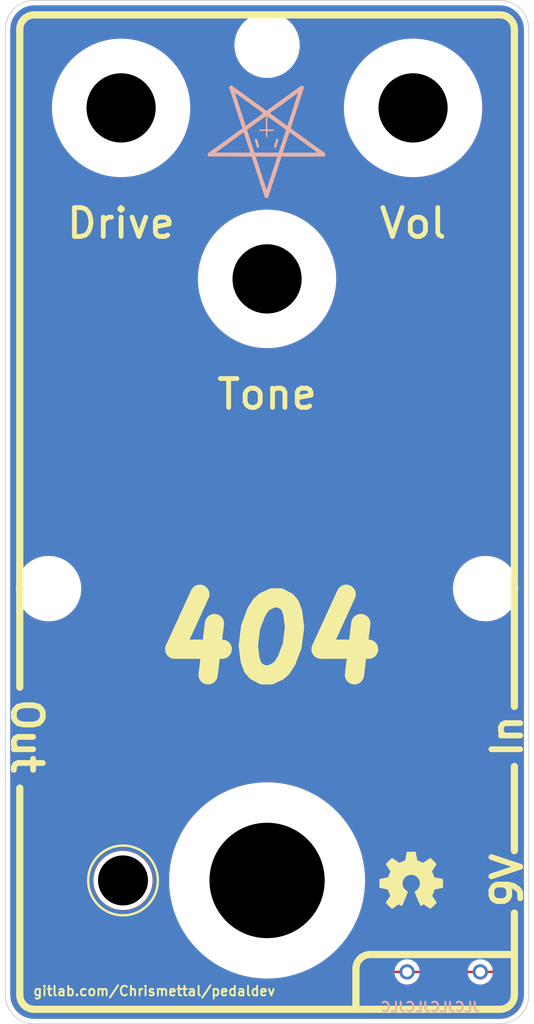
<source format=kicad_pcb>
(kicad_pcb (version 20211014) (generator pcbnew)
  (layers (0 "F.Cu" signal) (31 "B.Cu" signal) (34 "B.Paste" user) (35 "F.Paste" user) (36 "B.SilkS" user "B.Silkscreen") (37 "F.SilkS" user "F.Silkscreen") (38 "B.Mask" user) (39 "F.Mask" user) (44 "Edge.Cuts" user))
  (property "Commit" "Commit")
  (property "Link" "gitlab.com/Chrismettal/pedaldev")
  (property "Name" "Template")
  (net 0 "")
  (footprint "MeineBib:Binary_6_v0.1_tiny_silk" (layer "F.Cu") (at 167.9144 160.4512)
    (fp_text reference "H7" hide)
    (fp_text value "Symbol_Binary6" hide)
    (fp_text user "Binary-6" (at -2.0654 0.8) (layer "F.Cu") (effects (font (size 1.2 1.2) (thickness 0.2))))
    (fp_line (start 6.0706 -1.9812) (end 7 -1.9812) (layer "F.Cu") (width 0.25))
    (fp_line (start 7 -1.2192) (end 6.5786 -1.2192) (layer "F.Cu") (width 0.25))
    (fp_line (start 6.5786 -1.2192) (end 3.5306 1.8288) (layer "F.Cu") (width 0.25))
    (fp_line (start 1.2446 -0.9652) (end 3.7846 -0.9652) (layer "F.Cu") (width 0.25))
    (fp_line (start -3.8354 -0.9652) (end -1.2954 -0.9652) (layer "F.Cu") (width 0.25))
    (fp_line (start 5.0546 -0.9652) (end 6.0706 -1.9812) (layer "F.Cu") (width 0.25))
    (fp_line (start -3.8354 -0.9652) (end -5.6134 -0.9652) (layer "F.Cu") (width 0.25))
    (fp_line (start -5.6134 -0.9652) (end -8.4074 1.8288) (layer "F.Cu") (width 0.25))
    (fp_line (start 3.5306 1.8288) (end -8.4074 1.8288) (layer "F.Cu") (width 0.25))
    (fp_line (start -8.4074 1.8288) (end -8.8288 1.8288) (layer "F.Cu") (width 0.25))
    (fp_line (start 3.7846 -0.9652) (end 5.0546 -0.9652) (layer "F.Cu") (width 0.25))
    (pad "" thru_hole oval (at 3.7846 -0.9652) (size 1.6 1.6) (drill 1) (layers *.Cu *.Mask))
    (pad "" thru_hole circle (at -3.8354 -0.9652) (size 1.6 1.6) (drill 1) (layers *.Cu *.Mask))
    (pad "" smd roundrect (at 0.8446 -0.9652) (size 0.9 1.8) (layers "F.Cu" "F.Mask"))
    (pad "" smd roundrect (at -0.8954 -0.9652) (size 0.9 1.8) (layers "F.Cu" "F.Mask"))
  )
  (footprint "Symbol:OSHW-Symbol_6.7x6mm_SilkScreen" (layer "F.Cu") (at 164.5 149.975)
    (fp_text reference "REF**" hide)
    (fp_text value "OSHW-Symbol_6.7x6mm_SilkScreen" hide)
  )
  (footprint "MeineBib:Drill_LED5mm" (layer "F.Cu") (at 134.5 149.975)
    (fp_text reference "REF**" hide)
    (fp_text value "Drill_LED5mm" hide)
    (fp_circle (center 0 0) (end 3.325 0) (layer "F.Cu") (width 0.5) (fill none))
    (pad "" np_thru_hole circle (at 0 0) (size 7 7) (drill 0.762) (layers *.Mask))
    (pad "" np_thru_hole circle (at 0 0) (size 5.2 5.2) (drill 5.2) (layers *.Mask))
  )
  (footprint "MeineBib:Drill_9mmPot_7,2mm" (layer "F.Cu") (at 134.3 69.645)
    (fp_text reference "Drive" (at 0 12 unlocked) (layer "F.SilkS") (effects (font (size 3 3) (thickness 0.5))))
    (fp_text value "Drill_9mmPot_7,2mm" hide)
    (pad "" np_thru_hole circle (at 0 0) (size 14 14) (drill 0.762) (layers *.Mask))
    (pad "" np_thru_hole circle (at 0 0) (size 7.2 7.2) (drill 7.2) (layers *.Mask) (clearance 3.6))
  )
  (footprint "MeineBib:EigenesMountingHole_3.2mm_M3_Small" (layer "F.Cu") (at 126.75 119.63)
    (fp_text reference "MK2" hide)
    (fp_text value "Mounting_Hole_M3" hide)
    (pad "" np_thru_hole circle (at 0 0) (size 3.2 3.2) (drill 3.2) (layers F&B.Cu *.Mask) (clearance 1.8))
  )
  (footprint "MeineBib:Drill_9mmPot_7,2mm" (layer "F.Cu") (at 149.5 87.425)
    (fp_text reference "Tone" (at 0 12 unlocked) (layer "F.SilkS") (effects (font (size 3 3) (thickness 0.5))))
    (fp_text value "Drill_9mmPot_7,2mm" hide)
    (pad "" np_thru_hole circle (at 0 0) (size 14 14) (drill 0.762) (layers *.Mask))
    (pad "" np_thru_hole circle (at 0 0) (size 7.2 7.2) (drill 7.2) (layers *.Mask) (clearance 3.6))
  )
  (footprint "MeineBib:EigenesMountingHole_3.2mm_M3_Small" (layer "F.Cu") (at 172.25 119.63)
    (fp_text reference "MK2" hide)
    (fp_text value "Mounting_Hole_M3" hide)
    (pad "" np_thru_hole circle (at 0 0) (size 3.2 3.2) (drill 3.2) (layers F&B.Cu *.Mask) (clearance 1.8))
  )
  (footprint "MeineBib:Drill_FootSwitch_12mm" (layer "F.Cu") (at 149.5 149.975)
    (fp_text reference "REF**" hide)
    (fp_text value "Drill_FootSwitch_12mm" hide)
    (pad "" np_thru_hole circle (at 0 0) (size 12 12) (drill 12) (layers *.Mask) (clearance 4.2))
    (pad "" np_thru_hole circle (at 0 0) (size 20 20) (drill 0.762) (layers *.Mask) (clearance 4))
  )
  (footprint "MeineBib:EigenesMountingHole_3.2mm_M3_Small" (layer "F.Cu") (at 149.5 63.13)
    (fp_text reference "MK2" hide)
    (fp_text value "Mounting_Hole_M3" hide)
    (pad "" np_thru_hole circle (at 0 0) (size 3.2 3.2) (drill 3.2) (layers F&B.Cu *.Mask) (clearance 1.8))
  )
  (footprint "MeineBib:Drill_9mmPot_7,2mm" (layer "F.Cu") (at 164.7 69.645)
    (fp_text reference "Vol" (at 0 12 unlocked) (layer "F.SilkS") (effects (font (size 3 3) (thickness 0.5))))
    (fp_text value "Drill_9mmPot_7,2mm" hide)
    (pad "" np_thru_hole circle (at 0 0) (size 14 14) (drill 0.762) (layers *.Mask))
    (pad "" np_thru_hole circle (at 0 0) (size 7.2 7.2) (drill 7.2) (layers *.Mask) (clearance 3.6))
  )
  (footprint "MeineBib:PentThin" (layer "B.Cu") (at 149.450706 72.767826 180)
    (fp_text reference "MK6" hide)
    (fp_text value "PentThin" hide)
  )
  (gr_line (start 175.25 161.875) (end 175.25 153.375) (layer "F.SilkS") (width 0.75))
  (gr_line (start 175.25 146.875) (end 175.25 138.125) (layer "F.SilkS") (width 0.75))
  (gr_line (start 160.25 157.675) (end 175.25 157.675) (layer "F.SilkS") (width 0.75))
  (gr_line (start 123.75 161.875) (end 123.75 140.375) (layer "F.SilkS") (width 0.75))
  (gr_arc (start 123.75 61.475) (mid 124.18934 60.41434) (end 125.25 59.975) (layer "F.SilkS") (width 0.75))
  (gr_line (start 123.75 61.475) (end 123.75 129.875) (layer "F.SilkS") (width 0.75))
  (gr_line (start 173.75 163.375) (end 125.25 163.375) (layer "F.SilkS") (width 0.75))
  (gr_arc (start 175.25 161.875) (mid 174.81066 162.93566) (end 173.75 163.375) (layer "F.SilkS") (width 0.75))
  (gr_line (start 125.25 59.975) (end 173.75 59.975) (layer "F.SilkS") (width 0.75))
  (gr_arc (start 173.75 59.975) (mid 174.81066 60.41434) (end 175.25 61.475) (layer "F.SilkS") (width 0.75))
  (gr_line (start 158.75 159.175) (end 158.75 163.375) (layer "F.SilkS") (width 0.75))
  (gr_arc (start 158.75 159.175) (mid 159.18934 158.11434) (end 160.25 157.675) (layer "F.SilkS") (width 0.75))
  (gr_arc (start 125.25 163.375) (mid 124.18934 162.93566) (end 123.75 161.875) (layer "F.SilkS") (width 0.75))
  (gr_line (start 175.25 61.475) (end 175.25 131.875) (layer "F.SilkS") (width 0.75))
  (gr_arc (start 125.25 164.875) (mid 123.12868 163.99632) (end 122.25 161.875) (layer "Edge.Cuts") (width 0.1))
  (gr_line (start 122.25 61.475) (end 122.25 161.875) (layer "Edge.Cuts") (width 0.1))
  (gr_arc (start 122.25 61.475) (mid 123.12868 59.35368) (end 125.25 58.475) (layer "Edge.Cuts") (width 0.1))
  (gr_arc (start 176.75 161.875) (mid 175.87132 163.99632) (end 173.75 164.875) (layer "Edge.Cuts") (width 0.1))
  (gr_line (start 173.75 164.875) (end 125.25 164.875) (layer "Edge.Cuts") (width 0.1))
  (gr_line (start 173.75 58.475) (end 125.25 58.475) (layer "Edge.Cuts") (width 0.1))
  (gr_line (start 176.75 161.875) (end 176.75 61.475) (layer "Edge.Cuts") (width 0.1))
  (gr_arc (start 173.75 58.475) (mid 175.87132 59.35368) (end 176.75 61.475) (layer "Edge.Cuts") (width 0.1))
  (gr_text "JLCJLCJLCJLC" (at 166.5 163.13) (layer "B.SilkS") (effects (font (size 1 1) (thickness 0.2)) (justify mirror)))
  (gr_text "9V" (at 174.5 149.975 90) (layer "F.SilkS") (effects (font (size 3 3) (thickness 0.6))))
  (gr_text "${Link}" (at 137.75 161.475) (layer "F.SilkS") (effects (font (size 1 1) (thickness 0.2))))
  (gr_text "Out" (at 124.5 134.975 270) (layer "F.SilkS") (effects (font (size 3 3) (thickness 0.6))))
  (gr_text "404" (at 149.5 125) (layer "F.SilkS") (effects (font (size 8 8) (thickness 2) italic)))
  (gr_text "In" (at 174.5 134.975 90) (layer "F.SilkS") (effects (font (size 3 3) (thickness 0.6))))
  (zone (net 0) (net_name "") (layers F&B.Cu) (connect_pads (clearance 0.508)) (min_thickness 0.254) (fill yes (thermal_gap 0.508) (thermal_bridge_width 0.508))
    (polygon (pts (xy 176.742 164.84) (xy 122.266 164.84) (xy 122.266 58.491) (xy 176.742 58.491)))
  )
  (zone (net 0) (net_name "") (layer "F.Cu") (connect_pads (clearance 0)) (min_thickness 0.254)
    (keepout (tracks allowed) (vias allowed) (pads allowed) (copperpour not_allowed) (footprints allowed))
    (fill (thermal_gap 0.508) (thermal_bridge_width 0.508))
    (polygon (pts (xy 174.89 163.015) (xy 159.12 163.015) (xy 159.12 158.045) (xy 174.89 158.045)))
  )
)
</source>
